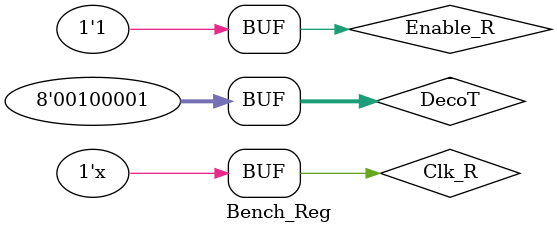
<source format=v>
`timescale 1ns / 1ps


module Bench_Reg;

	// Inputs
	reg Clk_R;
	reg Enable_R;
	reg [7:0] DecoT;

	// Outputs
	wire [7:0] Reg_Temp;

	// Instantiate the Unit Under Test (UUT)
	Registro uut (
		.Clk_R(Clk_R), 
		.Enable_R(Enable_R), 
		.DecoT(DecoT), 
		.Reg_Temp(Reg_Temp)
	); 

	initial begin
		// Initialize Inputs
		Clk_R = 0;
		Enable_R = 0;
		DecoT = 0;

		// Wait 100 ns for global reset to finish
		#100;
      
		Enable_R = 1 ; 
		DecoT = 32 ; 
		
		#100; 
		Enable_R = 1 ; 
		DecoT = 33 ; 

		#100;
		Enable_R = 1 ; 
	//	DecoT =  ; 

	end
      always begin #5 Clk_R = ~Clk_R ; end 
endmodule
 

</source>
